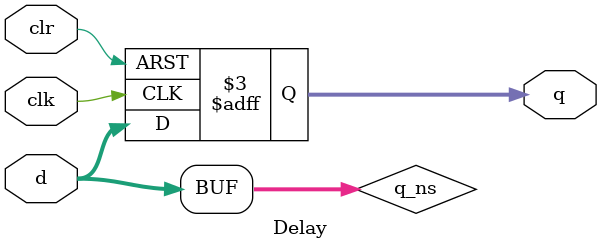
<source format=v>
module Delay (clk, clr, d, q);

parameter bit_de = 8;

input wire clk, clr;
input wire [bit_de-1:0] d;
output reg [bit_de-1:0] q;
reg [bit_de-1:0] q_ns;

always @(posedge clk or posedge clr) begin
	if (clr) begin
		q <= 0;
	end
	else begin
		q <= q_ns;
	end
end

always @(*) begin
	q_ns <= d;
end
endmodule
</source>
